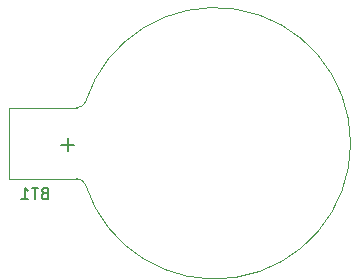
<source format=gbr>
%TF.GenerationSoftware,KiCad,Pcbnew,8.0.0*%
%TF.CreationDate,2024-03-20T12:42:59-05:00*%
%TF.ProjectId,tetrisBusinessCard,74657472-6973-4427-9573-696e65737343,rev?*%
%TF.SameCoordinates,Original*%
%TF.FileFunction,Legend,Bot*%
%TF.FilePolarity,Positive*%
%FSLAX46Y46*%
G04 Gerber Fmt 4.6, Leading zero omitted, Abs format (unit mm)*
G04 Created by KiCad (PCBNEW 8.0.0) date 2024-03-20 12:42:59*
%MOMM*%
%LPD*%
G01*
G04 APERTURE LIST*
%ADD10C,0.150000*%
%ADD11C,0.120000*%
G04 APERTURE END LIST*
D10*
X180395714Y-79681009D02*
X180252857Y-79728628D01*
X180252857Y-79728628D02*
X180205238Y-79776247D01*
X180205238Y-79776247D02*
X180157619Y-79871485D01*
X180157619Y-79871485D02*
X180157619Y-80014342D01*
X180157619Y-80014342D02*
X180205238Y-80109580D01*
X180205238Y-80109580D02*
X180252857Y-80157200D01*
X180252857Y-80157200D02*
X180348095Y-80204819D01*
X180348095Y-80204819D02*
X180729047Y-80204819D01*
X180729047Y-80204819D02*
X180729047Y-79204819D01*
X180729047Y-79204819D02*
X180395714Y-79204819D01*
X180395714Y-79204819D02*
X180300476Y-79252438D01*
X180300476Y-79252438D02*
X180252857Y-79300057D01*
X180252857Y-79300057D02*
X180205238Y-79395295D01*
X180205238Y-79395295D02*
X180205238Y-79490533D01*
X180205238Y-79490533D02*
X180252857Y-79585771D01*
X180252857Y-79585771D02*
X180300476Y-79633390D01*
X180300476Y-79633390D02*
X180395714Y-79681009D01*
X180395714Y-79681009D02*
X180729047Y-79681009D01*
X179871904Y-79204819D02*
X179300476Y-79204819D01*
X179586190Y-80204819D02*
X179586190Y-79204819D01*
X178443333Y-80204819D02*
X179014761Y-80204819D01*
X178729047Y-80204819D02*
X178729047Y-79204819D01*
X178729047Y-79204819D02*
X178824285Y-79347676D01*
X178824285Y-79347676D02*
X178919523Y-79442914D01*
X178919523Y-79442914D02*
X179014761Y-79490533D01*
X182931428Y-75564700D02*
X181788571Y-75564700D01*
X182359999Y-76136128D02*
X182359999Y-74993271D01*
D11*
%TO.C,BT1*%
X177410000Y-78450000D02*
X177410000Y-72450000D01*
X183110000Y-72450000D02*
X177410000Y-72450000D01*
X183110000Y-78450000D02*
X177410000Y-78450000D01*
X183110000Y-78450000D02*
G75*
G02*
X183860000Y-78950000I0J-812500D01*
G01*
X183860000Y-71950000D02*
G75*
G02*
X183110000Y-72450000I-750000J312500D01*
G01*
X183860001Y-71950000D02*
G75*
G02*
X206305670Y-75450000I10949955J-3499989D01*
G01*
X206305671Y-75450000D02*
G75*
G02*
X183860000Y-78950000I-11495715J-11D01*
G01*
%TD*%
M02*

</source>
